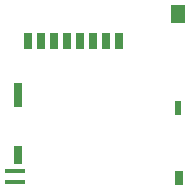
<source format=gbr>
G04 #@! TF.GenerationSoftware,KiCad,Pcbnew,5.0.0-fee4fd1~66~ubuntu16.04.1*
G04 #@! TF.CreationDate,2019-03-22T18:21:00-04:00*
G04 #@! TF.ProjectId,circuit,636972637569742E6B696361645F7063,rev?*
G04 #@! TF.SameCoordinates,Original*
G04 #@! TF.FileFunction,Paste,Bot*
G04 #@! TF.FilePolarity,Positive*
%FSLAX46Y46*%
G04 Gerber Fmt 4.6, Leading zero omitted, Abs format (unit mm)*
G04 Created by KiCad (PCBNEW 5.0.0-fee4fd1~66~ubuntu16.04.1) date Fri Mar 22 18:21:00 2019*
%MOMM*%
%LPD*%
G01*
G04 APERTURE LIST*
%ADD10R,1.700000X0.450000*%
%ADD11R,0.650000X2.140000*%
%ADD12R,0.650000X1.600000*%
%ADD13R,0.650000X1.300000*%
%ADD14R,0.600000X1.150000*%
%ADD15R,1.160000X1.500000*%
%ADD16R,0.800000X1.400000*%
G04 APERTURE END LIST*
D10*
G04 #@! TO.C,SD1*
X193680000Y-89805000D03*
D11*
X193940000Y-83320000D03*
D12*
X193940000Y-88400000D03*
D10*
X193680000Y-90665000D03*
D13*
X207565000Y-90340000D03*
D14*
X207540000Y-84415000D03*
D15*
X207540000Y-76440000D03*
D16*
X194820000Y-78740000D03*
X195920000Y-78740000D03*
X197020000Y-78740000D03*
X202520000Y-78740000D03*
X201420000Y-78740000D03*
X200320000Y-78740000D03*
X199220000Y-78740000D03*
X198120000Y-78740000D03*
G04 #@! TD*
M02*

</source>
